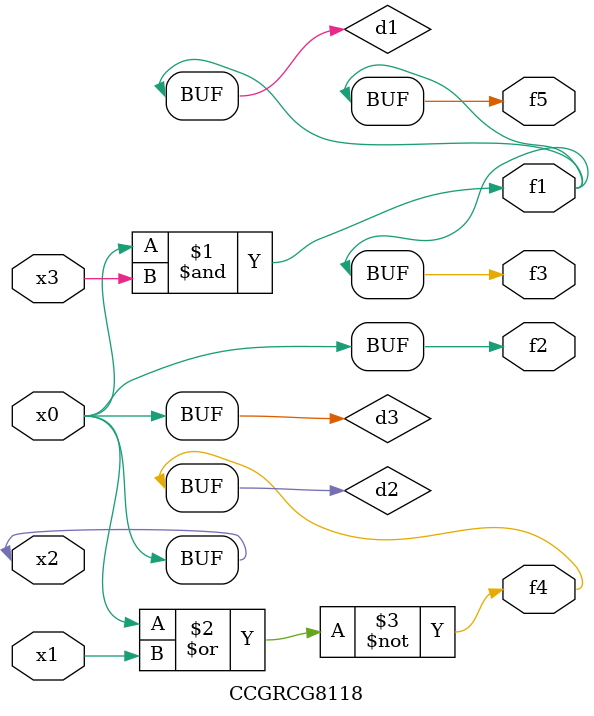
<source format=v>
module CCGRCG8118(
	input x0, x1, x2, x3,
	output f1, f2, f3, f4, f5
);

	wire d1, d2, d3;

	and (d1, x2, x3);
	nor (d2, x0, x1);
	buf (d3, x0, x2);
	assign f1 = d1;
	assign f2 = d3;
	assign f3 = d1;
	assign f4 = d2;
	assign f5 = d1;
endmodule

</source>
